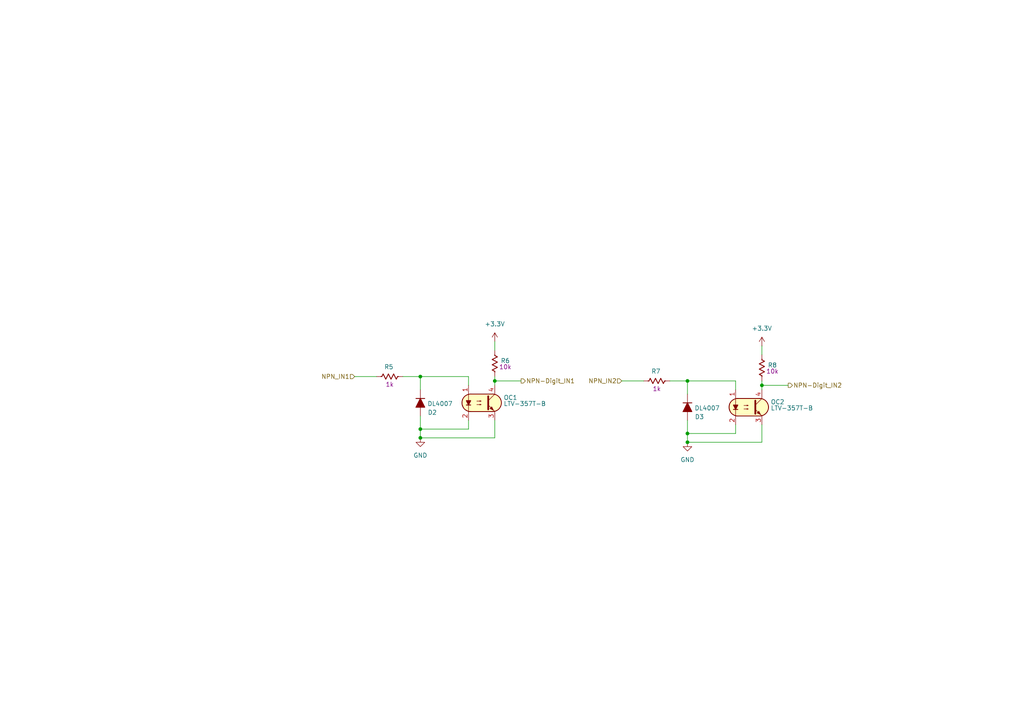
<source format=kicad_sch>
(kicad_sch
	(version 20250114)
	(generator "eeschema")
	(generator_version "9.0")
	(uuid "8aca9e35-5bf1-4f5e-8734-db3e2b8b64df")
	(paper "A4")
	(lib_symbols
		(symbol "PCM_Diode_AKL:DL4007"
			(pin_numbers
				(hide yes)
			)
			(pin_names
				(offset 1.016)
				(hide yes)
			)
			(exclude_from_sim no)
			(in_bom yes)
			(on_board yes)
			(property "Reference" "D"
				(at 0 5.08 0)
				(effects
					(font
						(size 1.27 1.27)
					)
				)
			)
			(property "Value" "DL4007"
				(at 0 2.54 0)
				(effects
					(font
						(size 1.27 1.27)
					)
				)
			)
			(property "Footprint" "PCM_Diode_SMD_AKL:D_MELF"
				(at 0 0 0)
				(effects
					(font
						(size 1.27 1.27)
					)
					(hide yes)
				)
			)
			(property "Datasheet" "https://www.diodes.com/assets/Datasheets/products_inactive_data/ds16001.pdf"
				(at 0 0 0)
				(effects
					(font
						(size 1.27 1.27)
					)
					(hide yes)
				)
			)
			(property "Description" "MELF Diode, Rectifier, 1000V, 1A, Alternate KiCad Library"
				(at 0 0 0)
				(effects
					(font
						(size 1.27 1.27)
					)
					(hide yes)
				)
			)
			(property "ki_keywords" "diode 1N4007 DL4007"
				(at 0 0 0)
				(effects
					(font
						(size 1.27 1.27)
					)
					(hide yes)
				)
			)
			(property "ki_fp_filters" "TO-???* *_Diode_* *SingleDiode* D_*"
				(at 0 0 0)
				(effects
					(font
						(size 1.27 1.27)
					)
					(hide yes)
				)
			)
			(symbol "DL4007_0_1"
				(polyline
					(pts
						(xy -1.27 1.27) (xy -1.27 -1.27) (xy 1.27 0) (xy -1.27 1.27)
					)
					(stroke
						(width 0.254)
						(type default)
					)
					(fill
						(type outline)
					)
				)
				(polyline
					(pts
						(xy -1.27 0) (xy 1.27 0)
					)
					(stroke
						(width 0)
						(type default)
					)
					(fill
						(type none)
					)
				)
				(polyline
					(pts
						(xy 1.27 1.27) (xy 1.27 -1.27)
					)
					(stroke
						(width 0.254)
						(type default)
					)
					(fill
						(type none)
					)
				)
			)
			(symbol "DL4007_0_2"
				(polyline
					(pts
						(xy -2.54 -2.54) (xy 2.54 2.54)
					)
					(stroke
						(width 0)
						(type default)
					)
					(fill
						(type none)
					)
				)
				(polyline
					(pts
						(xy -0.889 -0.889) (xy -1.778 0) (xy 0.889 0.889) (xy 0 -1.778) (xy -0.889 -0.889)
					)
					(stroke
						(width 0.254)
						(type default)
					)
					(fill
						(type outline)
					)
				)
				(polyline
					(pts
						(xy 0 1.778) (xy 1.778 0)
					)
					(stroke
						(width 0.254)
						(type default)
					)
					(fill
						(type none)
					)
				)
			)
			(symbol "DL4007_1_1"
				(pin passive line
					(at -3.81 0 0)
					(length 2.54)
					(name "A"
						(effects
							(font
								(size 1.27 1.27)
							)
						)
					)
					(number "2"
						(effects
							(font
								(size 1.27 1.27)
							)
						)
					)
				)
				(pin passive line
					(at 3.81 0 180)
					(length 2.54)
					(name "K"
						(effects
							(font
								(size 1.27 1.27)
							)
						)
					)
					(number "1"
						(effects
							(font
								(size 1.27 1.27)
							)
						)
					)
				)
			)
			(symbol "DL4007_1_2"
				(pin passive line
					(at -2.54 -2.54 0)
					(length 0)
					(name "A"
						(effects
							(font
								(size 1.27 1.27)
							)
						)
					)
					(number "2"
						(effects
							(font
								(size 1.27 1.27)
							)
						)
					)
				)
				(pin passive line
					(at 2.54 2.54 180)
					(length 0)
					(name "K"
						(effects
							(font
								(size 1.27 1.27)
							)
						)
					)
					(number "1"
						(effects
							(font
								(size 1.27 1.27)
							)
						)
					)
				)
			)
			(embedded_fonts no)
		)
		(symbol "PCM_Optocoupler_AKL:LTV-357T-B"
			(pin_names
				(offset 1.016)
			)
			(exclude_from_sim no)
			(in_bom yes)
			(on_board yes)
			(property "Reference" "OC"
				(at 6.35 1.27 0)
				(effects
					(font
						(size 1.27 1.27)
					)
					(justify left)
				)
			)
			(property "Value" "LTV-357T-B"
				(at 6.35 -1.27 0)
				(effects
					(font
						(size 1.27 1.27)
					)
					(justify left)
				)
			)
			(property "Footprint" "PCM_Package_SO_AKL:SO-4_4.4x3.9mm_P2.54mm"
				(at -5.08 -5.08 0)
				(effects
					(font
						(size 1.27 1.27)
						(italic yes)
					)
					(justify left)
					(hide yes)
				)
			)
			(property "Datasheet" "https://www.tme.eu/Document/4ccb1404604244f2e07aa15af3469fcc/LTV-357T.pdf"
				(at 0 0 0)
				(effects
					(font
						(size 1.27 1.27)
					)
					(justify left)
					(hide yes)
				)
			)
			(property "Description" "SO-4 Optocoupler, Transistor output, 3.75kV, 18us, Alternate KiCAD Library"
				(at 0 0 0)
				(effects
					(font
						(size 1.27 1.27)
					)
					(hide yes)
				)
			)
			(property "ki_keywords" "NPN Optocoupler transistor output bidirectional input LTV-357T"
				(at 0 0 0)
				(effects
					(font
						(size 1.27 1.27)
					)
					(hide yes)
				)
			)
			(property "ki_fp_filters" "DIP*W7.62mm*"
				(at 0 0 0)
				(effects
					(font
						(size 1.27 1.27)
					)
					(hide yes)
				)
			)
			(symbol "LTV-357T-B_0_1"
				(polyline
					(pts
						(xy -4.445 -0.635) (xy -3.175 -0.635)
					)
					(stroke
						(width 0.254)
						(type default)
					)
					(fill
						(type none)
					)
				)
				(polyline
					(pts
						(xy -3.81 -0.635) (xy -4.445 0.635) (xy -3.175 0.635) (xy -3.81 -0.635)
					)
					(stroke
						(width 0.254)
						(type default)
					)
					(fill
						(type outline)
					)
				)
				(polyline
					(pts
						(xy -3.81 -2.54) (xy -3.81 -1.27) (xy -3.81 2.54)
					)
					(stroke
						(width 0.1524)
						(type default)
					)
					(fill
						(type none)
					)
				)
				(polyline
					(pts
						(xy -3.175 2.54) (xy 3.175 2.54)
					)
					(stroke
						(width 0.254)
						(type default)
					)
					(fill
						(type none)
					)
				)
				(arc
					(start -3.1975 -2.54)
					(mid -5.7151 0)
					(end -3.1975 2.54)
					(stroke
						(width 0.254)
						(type default)
					)
					(fill
						(type none)
					)
				)
				(polyline
					(pts
						(xy -2.54 2.54) (xy 3.429 2.54) (xy 4.318 2.286) (xy 4.699 2.032) (xy 5.08 1.651) (xy 5.461 1.016)
						(xy 5.715 0.381) (xy 5.715 -0.381) (xy 5.461 -1.143) (xy 4.826 -1.905) (xy 4.191 -2.286) (xy 3.302 -2.54)
						(xy -3.81 -2.54) (xy -3.81 -2.54) (xy -4.572 -2.032) (xy -5.08 -1.778) (xy -5.588 -0.508) (xy -5.588 0.254)
						(xy -5.588 1.016) (xy -5.08 1.778) (xy -4.318 2.286) (xy -3.556 2.54) (xy -2.54 2.54)
					)
					(stroke
						(width 0.01)
						(type default)
					)
					(fill
						(type background)
					)
				)
				(polyline
					(pts
						(xy -1.397 0.508) (xy -0.127 0.508) (xy -0.508 0.381) (xy -0.508 0.635) (xy -0.127 0.508)
					)
					(stroke
						(width 0)
						(type default)
					)
					(fill
						(type none)
					)
				)
				(polyline
					(pts
						(xy -1.397 -0.508) (xy -0.127 -0.508) (xy -0.508 -0.635) (xy -0.508 -0.381) (xy -0.127 -0.508)
					)
					(stroke
						(width 0)
						(type default)
					)
					(fill
						(type none)
					)
				)
				(polyline
					(pts
						(xy 1.905 1.905) (xy 1.905 -1.905) (xy 1.905 -1.905)
					)
					(stroke
						(width 0.508)
						(type default)
					)
					(fill
						(type none)
					)
				)
				(polyline
					(pts
						(xy 1.905 0.635) (xy 3.81 2.54)
					)
					(stroke
						(width 0)
						(type default)
					)
					(fill
						(type none)
					)
				)
				(polyline
					(pts
						(xy 2.413 -1.651) (xy 2.921 -1.143) (xy 3.429 -2.159) (xy 2.413 -1.651) (xy 2.413 -1.651)
					)
					(stroke
						(width 0)
						(type default)
					)
					(fill
						(type outline)
					)
				)
				(arc
					(start 3.1975 2.54)
					(mid 5.7151 0)
					(end 3.1975 -2.54)
					(stroke
						(width 0.254)
						(type default)
					)
					(fill
						(type none)
					)
				)
				(polyline
					(pts
						(xy 3.175 -2.54) (xy -3.175 -2.54)
					)
					(stroke
						(width 0.254)
						(type default)
					)
					(fill
						(type none)
					)
				)
				(polyline
					(pts
						(xy 3.81 -2.54) (xy 1.905 -0.635)
					)
					(stroke
						(width 0)
						(type default)
					)
					(fill
						(type outline)
					)
				)
			)
			(symbol "LTV-357T-B_1_1"
				(pin passive line
					(at -3.81 5.08 270)
					(length 2.54)
					(name "~"
						(effects
							(font
								(size 1.27 1.27)
							)
						)
					)
					(number "1"
						(effects
							(font
								(size 1.27 1.27)
							)
						)
					)
				)
				(pin passive line
					(at -3.81 -5.08 90)
					(length 2.54)
					(name "~"
						(effects
							(font
								(size 1.27 1.27)
							)
						)
					)
					(number "2"
						(effects
							(font
								(size 1.27 1.27)
							)
						)
					)
				)
				(pin passive line
					(at 3.81 5.08 270)
					(length 2.54)
					(name "~"
						(effects
							(font
								(size 1.27 1.27)
							)
						)
					)
					(number "4"
						(effects
							(font
								(size 1.27 1.27)
							)
						)
					)
				)
				(pin passive line
					(at 3.81 -5.08 90)
					(length 2.54)
					(name "~"
						(effects
							(font
								(size 1.27 1.27)
							)
						)
					)
					(number "3"
						(effects
							(font
								(size 1.27 1.27)
							)
						)
					)
				)
			)
			(embedded_fonts no)
		)
		(symbol "PCM_Resistor_US_AKL:R_0603"
			(pin_numbers
				(hide yes)
			)
			(pin_names
				(offset 0)
			)
			(exclude_from_sim no)
			(in_bom yes)
			(on_board yes)
			(property "Reference" "R"
				(at 2.54 1.27 0)
				(effects
					(font
						(size 1.27 1.27)
					)
					(justify left)
				)
			)
			(property "Value" "R_0603"
				(at 2.54 -1.27 0)
				(effects
					(font
						(size 1.27 1.27)
					)
					(justify left)
				)
			)
			(property "Footprint" "PCM_Resistor_SMD_AKL:R_0603_1608Metric"
				(at 0 -11.43 0)
				(effects
					(font
						(size 1.27 1.27)
					)
					(hide yes)
				)
			)
			(property "Datasheet" "~"
				(at 0 0 0)
				(effects
					(font
						(size 1.27 1.27)
					)
					(hide yes)
				)
			)
			(property "Description" "SMD 0603 Chip Resistor, US Symbol, Alternate KiCad Library"
				(at 0 0 0)
				(effects
					(font
						(size 1.27 1.27)
					)
					(hide yes)
				)
			)
			(property "ki_keywords" "R res resistor us SMD 0603"
				(at 0 0 0)
				(effects
					(font
						(size 1.27 1.27)
					)
					(hide yes)
				)
			)
			(property "ki_fp_filters" "R_*"
				(at 0 0 0)
				(effects
					(font
						(size 1.27 1.27)
					)
					(hide yes)
				)
			)
			(symbol "R_0603_0_1"
				(polyline
					(pts
						(xy 0 2.286) (xy 0 2.54)
					)
					(stroke
						(width 0.254)
						(type default)
					)
					(fill
						(type none)
					)
				)
				(polyline
					(pts
						(xy 0 2.286) (xy 0.762 1.905) (xy -0.762 1.143) (xy 0 0.762) (xy 0.762 0.381) (xy 0 0) (xy -0.762 -0.381)
						(xy 0 -0.762) (xy 0.762 -1.143) (xy 0 -1.524) (xy -0.762 -1.905) (xy 0 -2.286)
					)
					(stroke
						(width 0.254)
						(type default)
					)
					(fill
						(type none)
					)
				)
				(polyline
					(pts
						(xy 0 -2.286) (xy 0 -2.54)
					)
					(stroke
						(width 0.254)
						(type default)
					)
					(fill
						(type none)
					)
				)
			)
			(symbol "R_0603_0_2"
				(polyline
					(pts
						(xy -2.54 -2.54) (xy -1.778 -1.778)
					)
					(stroke
						(width 0)
						(type default)
					)
					(fill
						(type none)
					)
				)
				(polyline
					(pts
						(xy -1.778 -1.778) (xy -1.524 -1.524)
					)
					(stroke
						(width 0.254)
						(type default)
					)
					(fill
						(type none)
					)
				)
				(polyline
					(pts
						(xy -1.524 -1.524) (xy -1.778 -0.762) (xy -1.016 -1.016)
					)
					(stroke
						(width 0.254)
						(type default)
					)
					(fill
						(type none)
					)
				)
				(polyline
					(pts
						(xy -0.508 -0.508) (xy -0.762 0.254) (xy 0 0)
					)
					(stroke
						(width 0.254)
						(type default)
					)
					(fill
						(type none)
					)
				)
				(polyline
					(pts
						(xy -0.508 -0.508) (xy -0.254 -1.27) (xy -1.016 -1.016)
					)
					(stroke
						(width 0.254)
						(type default)
					)
					(fill
						(type none)
					)
				)
				(polyline
					(pts
						(xy 0.508 0.508) (xy 0.254 1.27) (xy 1.016 1.016)
					)
					(stroke
						(width 0.254)
						(type default)
					)
					(fill
						(type none)
					)
				)
				(polyline
					(pts
						(xy 0.508 0.508) (xy 0.762 -0.254) (xy 0 0)
					)
					(stroke
						(width 0.254)
						(type default)
					)
					(fill
						(type none)
					)
				)
				(polyline
					(pts
						(xy 1.524 1.524) (xy 1.778 0.762) (xy 1.016 1.016)
					)
					(stroke
						(width 0.254)
						(type default)
					)
					(fill
						(type none)
					)
				)
				(polyline
					(pts
						(xy 1.778 1.778) (xy 1.524 1.524)
					)
					(stroke
						(width 0.254)
						(type default)
					)
					(fill
						(type none)
					)
				)
				(polyline
					(pts
						(xy 1.778 1.778) (xy 2.54 2.54)
					)
					(stroke
						(width 0)
						(type default)
					)
					(fill
						(type none)
					)
				)
			)
			(symbol "R_0603_1_1"
				(pin passive line
					(at 0 3.81 270)
					(length 1.27)
					(name "~"
						(effects
							(font
								(size 1.27 1.27)
							)
						)
					)
					(number "1"
						(effects
							(font
								(size 1.27 1.27)
							)
						)
					)
				)
				(pin passive line
					(at 0 -3.81 90)
					(length 1.27)
					(name "~"
						(effects
							(font
								(size 1.27 1.27)
							)
						)
					)
					(number "2"
						(effects
							(font
								(size 1.27 1.27)
							)
						)
					)
				)
			)
			(symbol "R_0603_1_2"
				(pin passive line
					(at -2.54 -2.54 0)
					(length 0)
					(name ""
						(effects
							(font
								(size 1.27 1.27)
							)
						)
					)
					(number "2"
						(effects
							(font
								(size 1.27 1.27)
							)
						)
					)
				)
				(pin passive line
					(at 2.54 2.54 180)
					(length 0)
					(name ""
						(effects
							(font
								(size 1.27 1.27)
							)
						)
					)
					(number "1"
						(effects
							(font
								(size 1.27 1.27)
							)
						)
					)
				)
			)
			(embedded_fonts no)
		)
		(symbol "power:+3.3V"
			(power)
			(pin_numbers
				(hide yes)
			)
			(pin_names
				(offset 0)
				(hide yes)
			)
			(exclude_from_sim no)
			(in_bom yes)
			(on_board yes)
			(property "Reference" "#PWR"
				(at 0 -3.81 0)
				(effects
					(font
						(size 1.27 1.27)
					)
					(hide yes)
				)
			)
			(property "Value" "+3.3V"
				(at 0 3.556 0)
				(effects
					(font
						(size 1.27 1.27)
					)
				)
			)
			(property "Footprint" ""
				(at 0 0 0)
				(effects
					(font
						(size 1.27 1.27)
					)
					(hide yes)
				)
			)
			(property "Datasheet" ""
				(at 0 0 0)
				(effects
					(font
						(size 1.27 1.27)
					)
					(hide yes)
				)
			)
			(property "Description" "Power symbol creates a global label with name \"+3.3V\""
				(at 0 0 0)
				(effects
					(font
						(size 1.27 1.27)
					)
					(hide yes)
				)
			)
			(property "ki_keywords" "global power"
				(at 0 0 0)
				(effects
					(font
						(size 1.27 1.27)
					)
					(hide yes)
				)
			)
			(symbol "+3.3V_0_1"
				(polyline
					(pts
						(xy -0.762 1.27) (xy 0 2.54)
					)
					(stroke
						(width 0)
						(type default)
					)
					(fill
						(type none)
					)
				)
				(polyline
					(pts
						(xy 0 2.54) (xy 0.762 1.27)
					)
					(stroke
						(width 0)
						(type default)
					)
					(fill
						(type none)
					)
				)
				(polyline
					(pts
						(xy 0 0) (xy 0 2.54)
					)
					(stroke
						(width 0)
						(type default)
					)
					(fill
						(type none)
					)
				)
			)
			(symbol "+3.3V_1_1"
				(pin power_in line
					(at 0 0 90)
					(length 0)
					(name "~"
						(effects
							(font
								(size 1.27 1.27)
							)
						)
					)
					(number "1"
						(effects
							(font
								(size 1.27 1.27)
							)
						)
					)
				)
			)
			(embedded_fonts no)
		)
		(symbol "power:GND"
			(power)
			(pin_numbers
				(hide yes)
			)
			(pin_names
				(offset 0)
				(hide yes)
			)
			(exclude_from_sim no)
			(in_bom yes)
			(on_board yes)
			(property "Reference" "#PWR"
				(at 0 -6.35 0)
				(effects
					(font
						(size 1.27 1.27)
					)
					(hide yes)
				)
			)
			(property "Value" "GND"
				(at 0 -3.81 0)
				(effects
					(font
						(size 1.27 1.27)
					)
				)
			)
			(property "Footprint" ""
				(at 0 0 0)
				(effects
					(font
						(size 1.27 1.27)
					)
					(hide yes)
				)
			)
			(property "Datasheet" ""
				(at 0 0 0)
				(effects
					(font
						(size 1.27 1.27)
					)
					(hide yes)
				)
			)
			(property "Description" "Power symbol creates a global label with name \"GND\" , ground"
				(at 0 0 0)
				(effects
					(font
						(size 1.27 1.27)
					)
					(hide yes)
				)
			)
			(property "ki_keywords" "global power"
				(at 0 0 0)
				(effects
					(font
						(size 1.27 1.27)
					)
					(hide yes)
				)
			)
			(symbol "GND_0_1"
				(polyline
					(pts
						(xy 0 0) (xy 0 -1.27) (xy 1.27 -1.27) (xy 0 -2.54) (xy -1.27 -1.27) (xy 0 -1.27)
					)
					(stroke
						(width 0)
						(type default)
					)
					(fill
						(type none)
					)
				)
			)
			(symbol "GND_1_1"
				(pin power_in line
					(at 0 0 270)
					(length 0)
					(name "~"
						(effects
							(font
								(size 1.27 1.27)
							)
						)
					)
					(number "1"
						(effects
							(font
								(size 1.27 1.27)
							)
						)
					)
				)
			)
			(embedded_fonts no)
		)
	)
	(junction
		(at 199.39 110.49)
		(diameter 0)
		(color 0 0 0 0)
		(uuid "20e73004-bf9a-45bb-bc98-51ff9405de7d")
	)
	(junction
		(at 121.92 124.46)
		(diameter 0)
		(color 0 0 0 0)
		(uuid "68b9a4ea-d234-418e-a6af-22011ed36413")
	)
	(junction
		(at 121.92 127)
		(diameter 0)
		(color 0 0 0 0)
		(uuid "823f6279-7d53-4e9d-984d-aae83b10dd4a")
	)
	(junction
		(at 199.39 128.27)
		(diameter 0)
		(color 0 0 0 0)
		(uuid "bc9a5933-984c-4b1d-8d13-09da74518a52")
	)
	(junction
		(at 121.92 109.22)
		(diameter 0)
		(color 0 0 0 0)
		(uuid "cb129fa8-2703-4dfe-911f-6b8c6dceac10")
	)
	(junction
		(at 199.39 125.73)
		(diameter 0)
		(color 0 0 0 0)
		(uuid "db2c16b5-242e-4782-a578-12209b5b61a9")
	)
	(junction
		(at 143.51 110.49)
		(diameter 0)
		(color 0 0 0 0)
		(uuid "ef257625-2adf-4e04-b4a1-d858ead7ba87")
	)
	(junction
		(at 220.98 111.76)
		(diameter 0)
		(color 0 0 0 0)
		(uuid "fa463f7b-bdf1-42d3-88be-5eb3b8ecd338")
	)
	(wire
		(pts
			(xy 220.98 110.49) (xy 220.98 111.76)
		)
		(stroke
			(width 0)
			(type default)
		)
		(uuid "07230ddc-7f01-4921-86e6-b0cbf02567db")
	)
	(wire
		(pts
			(xy 199.39 121.92) (xy 199.39 125.73)
		)
		(stroke
			(width 0)
			(type default)
		)
		(uuid "0b4c7852-afd9-462f-b42e-344cef0ef369")
	)
	(wire
		(pts
			(xy 121.92 124.46) (xy 135.89 124.46)
		)
		(stroke
			(width 0)
			(type default)
		)
		(uuid "1ed3963e-b854-4dfc-9d9a-a195e23769f9")
	)
	(wire
		(pts
			(xy 220.98 123.19) (xy 220.98 128.27)
		)
		(stroke
			(width 0)
			(type default)
		)
		(uuid "2161f179-b7dd-40d5-ac1a-f3db2001f067")
	)
	(wire
		(pts
			(xy 194.31 110.49) (xy 199.39 110.49)
		)
		(stroke
			(width 0)
			(type default)
		)
		(uuid "24780cfc-490b-404d-99d1-0188629eeeb2")
	)
	(wire
		(pts
			(xy 213.36 123.19) (xy 213.36 125.73)
		)
		(stroke
			(width 0)
			(type default)
		)
		(uuid "288374ce-eefe-4b26-b8c2-0fe2c2c79455")
	)
	(wire
		(pts
			(xy 199.39 110.49) (xy 199.39 114.3)
		)
		(stroke
			(width 0)
			(type default)
		)
		(uuid "2d2312a3-5c5f-4e67-97c9-15f3bc742fbd")
	)
	(wire
		(pts
			(xy 143.51 99.06) (xy 143.51 101.6)
		)
		(stroke
			(width 0)
			(type default)
		)
		(uuid "351e9633-a48d-4f54-bc2a-aa01a94a7a7b")
	)
	(wire
		(pts
			(xy 220.98 111.76) (xy 228.6 111.76)
		)
		(stroke
			(width 0)
			(type default)
		)
		(uuid "40663b8b-d933-4dfe-a3f2-561b3e928c98")
	)
	(wire
		(pts
			(xy 199.39 128.27) (xy 199.39 125.73)
		)
		(stroke
			(width 0)
			(type default)
		)
		(uuid "43a30555-5f5c-415c-ab38-2c6666e1c0a0")
	)
	(wire
		(pts
			(xy 199.39 110.49) (xy 213.36 110.49)
		)
		(stroke
			(width 0)
			(type default)
		)
		(uuid "449f15ac-a61e-4bc1-99c8-1b54f417e676")
	)
	(wire
		(pts
			(xy 121.92 109.22) (xy 121.92 113.03)
		)
		(stroke
			(width 0)
			(type default)
		)
		(uuid "4c78958c-0605-4719-b1ec-113a190d22f8")
	)
	(wire
		(pts
			(xy 220.98 111.76) (xy 220.98 113.03)
		)
		(stroke
			(width 0)
			(type default)
		)
		(uuid "506a5577-2edd-4312-aeef-65f6df7697fe")
	)
	(wire
		(pts
			(xy 143.51 110.49) (xy 143.51 111.76)
		)
		(stroke
			(width 0)
			(type default)
		)
		(uuid "563f3b15-af25-481d-991e-3e39228beb97")
	)
	(wire
		(pts
			(xy 135.89 121.92) (xy 135.89 124.46)
		)
		(stroke
			(width 0)
			(type default)
		)
		(uuid "7a5d6654-d297-4526-893c-f2c2835324df")
	)
	(wire
		(pts
			(xy 116.84 109.22) (xy 121.92 109.22)
		)
		(stroke
			(width 0)
			(type default)
		)
		(uuid "85958f15-0020-43c5-81b9-ad942d86e2b4")
	)
	(wire
		(pts
			(xy 220.98 128.27) (xy 199.39 128.27)
		)
		(stroke
			(width 0)
			(type default)
		)
		(uuid "88aaa262-e59f-4797-91d3-50c85f7e649e")
	)
	(wire
		(pts
			(xy 143.51 121.92) (xy 143.51 127)
		)
		(stroke
			(width 0)
			(type default)
		)
		(uuid "9c4d146d-ee63-47ab-9dbc-62b3b81b600b")
	)
	(wire
		(pts
			(xy 143.51 109.22) (xy 143.51 110.49)
		)
		(stroke
			(width 0)
			(type default)
		)
		(uuid "a4f35a81-ed5c-4f6f-a1c4-16f669dbc1ee")
	)
	(wire
		(pts
			(xy 199.39 125.73) (xy 213.36 125.73)
		)
		(stroke
			(width 0)
			(type default)
		)
		(uuid "a9d8dd0a-19e7-420a-a441-dab4465b7258")
	)
	(wire
		(pts
			(xy 121.92 109.22) (xy 135.89 109.22)
		)
		(stroke
			(width 0)
			(type default)
		)
		(uuid "ae3f7087-90a4-407a-9408-4fc102a74ef5")
	)
	(wire
		(pts
			(xy 143.51 110.49) (xy 151.13 110.49)
		)
		(stroke
			(width 0)
			(type default)
		)
		(uuid "af06c16d-f2e0-4c05-b808-2baf52a715eb")
	)
	(wire
		(pts
			(xy 220.98 100.33) (xy 220.98 102.87)
		)
		(stroke
			(width 0)
			(type default)
		)
		(uuid "b6a8b4fc-97c3-40b6-b4a0-bc1f204c1ce6")
	)
	(wire
		(pts
			(xy 135.89 109.22) (xy 135.89 111.76)
		)
		(stroke
			(width 0)
			(type default)
		)
		(uuid "c024e6f0-09e1-40b8-99b7-ce123dce5900")
	)
	(wire
		(pts
			(xy 213.36 110.49) (xy 213.36 113.03)
		)
		(stroke
			(width 0)
			(type default)
		)
		(uuid "c1ecd282-c3c4-4e3a-83f9-cd2cd40d802f")
	)
	(wire
		(pts
			(xy 121.92 120.65) (xy 121.92 124.46)
		)
		(stroke
			(width 0)
			(type default)
		)
		(uuid "cccadfe5-48ac-4864-9772-8ac185cbe5e8")
	)
	(wire
		(pts
			(xy 143.51 127) (xy 121.92 127)
		)
		(stroke
			(width 0)
			(type default)
		)
		(uuid "d9543278-57b3-4dbf-8a87-8125200531ba")
	)
	(wire
		(pts
			(xy 102.87 109.22) (xy 109.22 109.22)
		)
		(stroke
			(width 0)
			(type default)
		)
		(uuid "d9971984-7694-4c5c-b30f-da1cb4ac8dfa")
	)
	(wire
		(pts
			(xy 180.34 110.49) (xy 186.69 110.49)
		)
		(stroke
			(width 0)
			(type default)
		)
		(uuid "db049b36-c0f6-436a-b4c2-1fa5a98d3030")
	)
	(wire
		(pts
			(xy 121.92 127) (xy 121.92 124.46)
		)
		(stroke
			(width 0)
			(type default)
		)
		(uuid "fe055d88-32ec-47dd-a79f-6a3eec063ae7")
	)
	(hierarchical_label "NPN_IN2"
		(shape input)
		(at 180.34 110.49 180)
		(effects
			(font
				(size 1.27 1.27)
			)
			(justify right)
		)
		(uuid "2a867b28-f85e-4444-98ae-81d4e0c84b05")
	)
	(hierarchical_label "NPN-Digit_IN2"
		(shape output)
		(at 228.6 111.76 0)
		(effects
			(font
				(size 1.27 1.27)
			)
			(justify left)
		)
		(uuid "500278b0-27fe-4dbc-b288-05841523587d")
	)
	(hierarchical_label "NPN_IN1"
		(shape input)
		(at 102.87 109.22 180)
		(effects
			(font
				(size 1.27 1.27)
			)
			(justify right)
		)
		(uuid "5f4a2d18-de07-4c54-9e7f-e7bf4f791b00")
	)
	(hierarchical_label "NPN-Digit_IN1"
		(shape output)
		(at 151.13 110.49 0)
		(effects
			(font
				(size 1.27 1.27)
			)
			(justify left)
		)
		(uuid "b02e01f9-2c44-4513-ac3d-5b64d157bebd")
	)
	(symbol
		(lib_id "PCM_Diode_AKL:DL4007")
		(at 199.39 118.11 90)
		(unit 1)
		(exclude_from_sim no)
		(in_bom yes)
		(on_board yes)
		(dnp no)
		(uuid "0334873d-f36a-4be5-a41a-bfb250273e82")
		(property "Reference" "D3"
			(at 204.216 120.904 90)
			(effects
				(font
					(size 1.27 1.27)
				)
				(justify left)
			)
		)
		(property "Value" "DL4007"
			(at 208.788 118.364 90)
			(effects
				(font
					(size 1.27 1.27)
				)
				(justify left)
			)
		)
		(property "Footprint" "Diode_SMD:D_0805_2012Metric_Pad1.15x1.40mm_HandSolder"
			(at 199.39 118.11 0)
			(effects
				(font
					(size 1.27 1.27)
				)
				(hide yes)
			)
		)
		(property "Datasheet" "https://www.diodes.com/assets/Datasheets/products_inactive_data/ds16001.pdf"
			(at 199.39 118.11 0)
			(effects
				(font
					(size 1.27 1.27)
				)
				(hide yes)
			)
		)
		(property "Description" "MELF Diode, Rectifier, 1000V, 1A, Alternate KiCad Library"
			(at 199.39 118.11 0)
			(effects
				(font
					(size 1.27 1.27)
				)
				(hide yes)
			)
		)
		(pin "2"
			(uuid "af7e534e-a612-4f0e-b8ca-86d469f84579")
		)
		(pin "1"
			(uuid "c98410ee-bfa3-43fb-9c13-dcf68e8d5562")
		)
		(instances
			(project "Nivara Controls"
				(path "/42622735-4343-4315-af64-a45701a752b6/711b914f-41ac-411e-bef3-8ade05c9a19b/1d56f2ae-86b2-4303-b6cf-39a6bc4c3d5f"
					(reference "D3")
					(unit 1)
				)
			)
		)
	)
	(symbol
		(lib_id "power:GND")
		(at 121.92 127 0)
		(unit 1)
		(exclude_from_sim no)
		(in_bom yes)
		(on_board yes)
		(dnp no)
		(fields_autoplaced yes)
		(uuid "0645a2e7-6936-452c-b384-fa8ee31ac23b")
		(property "Reference" "#PWR014"
			(at 121.92 133.35 0)
			(effects
				(font
					(size 1.27 1.27)
				)
				(hide yes)
			)
		)
		(property "Value" "GND"
			(at 121.92 132.08 0)
			(effects
				(font
					(size 1.27 1.27)
				)
			)
		)
		(property "Footprint" ""
			(at 121.92 127 0)
			(effects
				(font
					(size 1.27 1.27)
				)
				(hide yes)
			)
		)
		(property "Datasheet" ""
			(at 121.92 127 0)
			(effects
				(font
					(size 1.27 1.27)
				)
				(hide yes)
			)
		)
		(property "Description" "Power symbol creates a global label with name \"GND\" , ground"
			(at 121.92 127 0)
			(effects
				(font
					(size 1.27 1.27)
				)
				(hide yes)
			)
		)
		(pin "1"
			(uuid "8290764e-5b15-4628-81c5-1c5deacb3947")
		)
		(instances
			(project "Nivara Controls"
				(path "/42622735-4343-4315-af64-a45701a752b6/711b914f-41ac-411e-bef3-8ade05c9a19b/1d56f2ae-86b2-4303-b6cf-39a6bc4c3d5f"
					(reference "#PWR014")
					(unit 1)
				)
			)
		)
	)
	(symbol
		(lib_id "power:+3.3V")
		(at 220.98 100.33 0)
		(unit 1)
		(exclude_from_sim no)
		(in_bom yes)
		(on_board yes)
		(dnp no)
		(fields_autoplaced yes)
		(uuid "0e793ba0-64b9-46b7-8044-b53d06672a64")
		(property "Reference" "#PWR017"
			(at 220.98 104.14 0)
			(effects
				(font
					(size 1.27 1.27)
				)
				(hide yes)
			)
		)
		(property "Value" "+3.3V"
			(at 220.98 95.25 0)
			(effects
				(font
					(size 1.27 1.27)
				)
			)
		)
		(property "Footprint" ""
			(at 220.98 100.33 0)
			(effects
				(font
					(size 1.27 1.27)
				)
				(hide yes)
			)
		)
		(property "Datasheet" ""
			(at 220.98 100.33 0)
			(effects
				(font
					(size 1.27 1.27)
				)
				(hide yes)
			)
		)
		(property "Description" "Power symbol creates a global label with name \"+3.3V\""
			(at 220.98 100.33 0)
			(effects
				(font
					(size 1.27 1.27)
				)
				(hide yes)
			)
		)
		(pin "1"
			(uuid "001aec80-0e3c-486b-b0f3-af7a907bf397")
		)
		(instances
			(project "Nivara Controls"
				(path "/42622735-4343-4315-af64-a45701a752b6/711b914f-41ac-411e-bef3-8ade05c9a19b/1d56f2ae-86b2-4303-b6cf-39a6bc4c3d5f"
					(reference "#PWR017")
					(unit 1)
				)
			)
		)
	)
	(symbol
		(lib_id "PCM_Resistor_US_AKL:R_0603")
		(at 220.98 106.68 0)
		(unit 1)
		(exclude_from_sim no)
		(in_bom yes)
		(on_board yes)
		(dnp no)
		(uuid "14199daa-6779-4c57-a533-bfb2017662f2")
		(property "Reference" "R8"
			(at 224.028 105.918 0)
			(effects
				(font
					(size 1.27 1.27)
				)
			)
		)
		(property "Value" "R_0603"
			(at 226.06 105.664 0)
			(effects
				(font
					(size 1.27 1.27)
				)
				(hide yes)
			)
		)
		(property "Footprint" "Resistor_SMD:R_0603_1608Metric"
			(at 220.98 118.11 0)
			(effects
				(font
					(size 1.27 1.27)
				)
				(hide yes)
			)
		)
		(property "Datasheet" "~"
			(at 220.98 106.68 0)
			(effects
				(font
					(size 1.27 1.27)
				)
				(hide yes)
			)
		)
		(property "Description" "SMD 0603 Chip Resistor, US Symbol, Alternate KiCad Library"
			(at 220.98 106.68 0)
			(effects
				(font
					(size 1.27 1.27)
				)
				(hide yes)
			)
		)
		(property "Part Number" ""
			(at 220.98 106.68 0)
			(effects
				(font
					(size 1.27 1.27)
				)
				(hide yes)
			)
		)
		(property "Capacidad" "10k"
			(at 224.028 107.696 0)
			(effects
				(font
					(size 1.27 1.27)
				)
			)
		)
		(pin "1"
			(uuid "f6e56a26-4256-4513-ab52-49e3819879e2")
		)
		(pin "2"
			(uuid "bf393c88-7cc9-4ea1-a9e3-ef2aaccd3983")
		)
		(instances
			(project "Nivara Controls"
				(path "/42622735-4343-4315-af64-a45701a752b6/711b914f-41ac-411e-bef3-8ade05c9a19b/1d56f2ae-86b2-4303-b6cf-39a6bc4c3d5f"
					(reference "R8")
					(unit 1)
				)
			)
		)
	)
	(symbol
		(lib_id "PCM_Resistor_US_AKL:R_0603")
		(at 113.03 109.22 90)
		(unit 1)
		(exclude_from_sim no)
		(in_bom yes)
		(on_board yes)
		(dnp no)
		(uuid "197f532c-98cc-4574-9896-eb91133415d2")
		(property "Reference" "R5"
			(at 112.776 106.426 90)
			(effects
				(font
					(size 1.27 1.27)
				)
			)
		)
		(property "Value" "R_0603"
			(at 112.776 106.934 90)
			(effects
				(font
					(size 1.27 1.27)
				)
				(hide yes)
			)
		)
		(property "Footprint" "Resistor_SMD:R_0603_1608Metric"
			(at 124.46 109.22 0)
			(effects
				(font
					(size 1.27 1.27)
				)
				(hide yes)
			)
		)
		(property "Datasheet" "~"
			(at 113.03 109.22 0)
			(effects
				(font
					(size 1.27 1.27)
				)
				(hide yes)
			)
		)
		(property "Description" "SMD 0603 Chip Resistor, US Symbol, Alternate KiCad Library"
			(at 113.03 109.22 0)
			(effects
				(font
					(size 1.27 1.27)
				)
				(hide yes)
			)
		)
		(property "Part Number" ""
			(at 113.03 109.22 0)
			(effects
				(font
					(size 1.27 1.27)
				)
				(hide yes)
			)
		)
		(property "Capacidad" "1k"
			(at 113.03 111.506 90)
			(effects
				(font
					(size 1.27 1.27)
				)
			)
		)
		(pin "1"
			(uuid "c75eb0a3-632b-410d-88b6-aaec5505bd44")
		)
		(pin "2"
			(uuid "8d27b144-bca2-4d43-89df-49d48f928df1")
		)
		(instances
			(project "Nivara Controls"
				(path "/42622735-4343-4315-af64-a45701a752b6/711b914f-41ac-411e-bef3-8ade05c9a19b/1d56f2ae-86b2-4303-b6cf-39a6bc4c3d5f"
					(reference "R5")
					(unit 1)
				)
			)
		)
	)
	(symbol
		(lib_id "PCM_Optocoupler_AKL:LTV-357T-B")
		(at 139.7 116.84 0)
		(unit 1)
		(exclude_from_sim no)
		(in_bom yes)
		(on_board yes)
		(dnp no)
		(uuid "1f80a6f4-f4d5-4ac9-b4bd-95b5951a2533")
		(property "Reference" "OC1"
			(at 146.05 115.3159 0)
			(effects
				(font
					(size 1.27 1.27)
				)
				(justify left)
			)
		)
		(property "Value" "LTV-357T-B"
			(at 146.05 117.094 0)
			(effects
				(font
					(size 1.27 1.27)
				)
				(justify left)
			)
		)
		(property "Footprint" "Package_SO:SO-4_4.4x2.3mm_P1.27mm"
			(at 134.62 121.92 0)
			(effects
				(font
					(size 1.27 1.27)
					(italic yes)
				)
				(justify left)
				(hide yes)
			)
		)
		(property "Datasheet" "https://www.tme.eu/Document/4ccb1404604244f2e07aa15af3469fcc/LTV-357T.pdf"
			(at 139.7 116.84 0)
			(effects
				(font
					(size 1.27 1.27)
				)
				(justify left)
				(hide yes)
			)
		)
		(property "Description" "SO-4 Optocoupler, Transistor output, 3.75kV, 18us, Alternate KiCAD Library"
			(at 139.7 116.84 0)
			(effects
				(font
					(size 1.27 1.27)
				)
				(hide yes)
			)
		)
		(pin "2"
			(uuid "7751f658-a3d1-4432-b874-48b468b20772")
		)
		(pin "4"
			(uuid "27c26b55-dae2-410d-9abf-265f78153f01")
		)
		(pin "1"
			(uuid "f5b409bc-3322-42b8-bbdf-213f3d10d7ac")
		)
		(pin "3"
			(uuid "c9ed2385-553c-438c-8093-d5af1b3c60b2")
		)
		(instances
			(project "Nivara Controls"
				(path "/42622735-4343-4315-af64-a45701a752b6/711b914f-41ac-411e-bef3-8ade05c9a19b/1d56f2ae-86b2-4303-b6cf-39a6bc4c3d5f"
					(reference "OC1")
					(unit 1)
				)
			)
		)
	)
	(symbol
		(lib_id "power:+3.3V")
		(at 143.51 99.06 0)
		(unit 1)
		(exclude_from_sim no)
		(in_bom yes)
		(on_board yes)
		(dnp no)
		(fields_autoplaced yes)
		(uuid "2eed0aed-e304-4e5d-9c8f-88577bac62ad")
		(property "Reference" "#PWR015"
			(at 143.51 102.87 0)
			(effects
				(font
					(size 1.27 1.27)
				)
				(hide yes)
			)
		)
		(property "Value" "+3.3V"
			(at 143.51 93.98 0)
			(effects
				(font
					(size 1.27 1.27)
				)
			)
		)
		(property "Footprint" ""
			(at 143.51 99.06 0)
			(effects
				(font
					(size 1.27 1.27)
				)
				(hide yes)
			)
		)
		(property "Datasheet" ""
			(at 143.51 99.06 0)
			(effects
				(font
					(size 1.27 1.27)
				)
				(hide yes)
			)
		)
		(property "Description" "Power symbol creates a global label with name \"+3.3V\""
			(at 143.51 99.06 0)
			(effects
				(font
					(size 1.27 1.27)
				)
				(hide yes)
			)
		)
		(pin "1"
			(uuid "ee5d2945-86d6-4d9d-b06f-4ae5e1abd5d8")
		)
		(instances
			(project "Nivara Controls"
				(path "/42622735-4343-4315-af64-a45701a752b6/711b914f-41ac-411e-bef3-8ade05c9a19b/1d56f2ae-86b2-4303-b6cf-39a6bc4c3d5f"
					(reference "#PWR015")
					(unit 1)
				)
			)
		)
	)
	(symbol
		(lib_id "PCM_Optocoupler_AKL:LTV-357T-B")
		(at 217.17 118.11 0)
		(unit 1)
		(exclude_from_sim no)
		(in_bom yes)
		(on_board yes)
		(dnp no)
		(uuid "4469ee23-4e88-4277-8117-0d9585762739")
		(property "Reference" "OC2"
			(at 223.52 116.5859 0)
			(effects
				(font
					(size 1.27 1.27)
				)
				(justify left)
			)
		)
		(property "Value" "LTV-357T-B"
			(at 223.52 118.364 0)
			(effects
				(font
					(size 1.27 1.27)
				)
				(justify left)
			)
		)
		(property "Footprint" "Package_SO:SO-4_4.4x2.3mm_P1.27mm"
			(at 212.09 123.19 0)
			(effects
				(font
					(size 1.27 1.27)
					(italic yes)
				)
				(justify left)
				(hide yes)
			)
		)
		(property "Datasheet" "https://www.tme.eu/Document/4ccb1404604244f2e07aa15af3469fcc/LTV-357T.pdf"
			(at 217.17 118.11 0)
			(effects
				(font
					(size 1.27 1.27)
				)
				(justify left)
				(hide yes)
			)
		)
		(property "Description" "SO-4 Optocoupler, Transistor output, 3.75kV, 18us, Alternate KiCAD Library"
			(at 217.17 118.11 0)
			(effects
				(font
					(size 1.27 1.27)
				)
				(hide yes)
			)
		)
		(pin "2"
			(uuid "35293c1c-a9eb-409a-96e7-1f967a96fc15")
		)
		(pin "4"
			(uuid "7d255bf6-daab-4873-824e-1d74d0945678")
		)
		(pin "1"
			(uuid "9e487531-01e5-45d1-be8d-dd58dd6f4471")
		)
		(pin "3"
			(uuid "3b21bdcf-6f83-4085-834e-dad487fd0b46")
		)
		(instances
			(project "Nivara Controls"
				(path "/42622735-4343-4315-af64-a45701a752b6/711b914f-41ac-411e-bef3-8ade05c9a19b/1d56f2ae-86b2-4303-b6cf-39a6bc4c3d5f"
					(reference "OC2")
					(unit 1)
				)
			)
		)
	)
	(symbol
		(lib_id "PCM_Resistor_US_AKL:R_0603")
		(at 143.51 105.41 0)
		(unit 1)
		(exclude_from_sim no)
		(in_bom yes)
		(on_board yes)
		(dnp no)
		(uuid "45e730bc-c9a9-4dc6-a7d2-d15b7d43a2ea")
		(property "Reference" "R6"
			(at 146.558 104.648 0)
			(effects
				(font
					(size 1.27 1.27)
				)
			)
		)
		(property "Value" "R_0603"
			(at 148.59 104.394 0)
			(effects
				(font
					(size 1.27 1.27)
				)
				(hide yes)
			)
		)
		(property "Footprint" "Resistor_SMD:R_0603_1608Metric"
			(at 143.51 116.84 0)
			(effects
				(font
					(size 1.27 1.27)
				)
				(hide yes)
			)
		)
		(property "Datasheet" "~"
			(at 143.51 105.41 0)
			(effects
				(font
					(size 1.27 1.27)
				)
				(hide yes)
			)
		)
		(property "Description" "SMD 0603 Chip Resistor, US Symbol, Alternate KiCad Library"
			(at 143.51 105.41 0)
			(effects
				(font
					(size 1.27 1.27)
				)
				(hide yes)
			)
		)
		(property "Part Number" ""
			(at 143.51 105.41 0)
			(effects
				(font
					(size 1.27 1.27)
				)
				(hide yes)
			)
		)
		(property "Capacidad" "10k"
			(at 146.558 106.426 0)
			(effects
				(font
					(size 1.27 1.27)
				)
			)
		)
		(pin "1"
			(uuid "00ad5147-e9a2-492f-ac4d-9570dcb1acac")
		)
		(pin "2"
			(uuid "93d91df9-14e8-4575-a954-b97b631e33b3")
		)
		(instances
			(project "Nivara Controls"
				(path "/42622735-4343-4315-af64-a45701a752b6/711b914f-41ac-411e-bef3-8ade05c9a19b/1d56f2ae-86b2-4303-b6cf-39a6bc4c3d5f"
					(reference "R6")
					(unit 1)
				)
			)
		)
	)
	(symbol
		(lib_id "PCM_Resistor_US_AKL:R_0603")
		(at 190.5 110.49 90)
		(unit 1)
		(exclude_from_sim no)
		(in_bom yes)
		(on_board yes)
		(dnp no)
		(uuid "561b2e9b-aa25-48ab-9b31-e715aa1f1fb4")
		(property "Reference" "R7"
			(at 190.246 107.696 90)
			(effects
				(font
					(size 1.27 1.27)
				)
			)
		)
		(property "Value" "R_0603"
			(at 190.246 108.204 90)
			(effects
				(font
					(size 1.27 1.27)
				)
				(hide yes)
			)
		)
		(property "Footprint" "Resistor_SMD:R_0603_1608Metric"
			(at 201.93 110.49 0)
			(effects
				(font
					(size 1.27 1.27)
				)
				(hide yes)
			)
		)
		(property "Datasheet" "~"
			(at 190.5 110.49 0)
			(effects
				(font
					(size 1.27 1.27)
				)
				(hide yes)
			)
		)
		(property "Description" "SMD 0603 Chip Resistor, US Symbol, Alternate KiCad Library"
			(at 190.5 110.49 0)
			(effects
				(font
					(size 1.27 1.27)
				)
				(hide yes)
			)
		)
		(property "Part Number" ""
			(at 190.5 110.49 0)
			(effects
				(font
					(size 1.27 1.27)
				)
				(hide yes)
			)
		)
		(property "Capacidad" "1k"
			(at 190.5 112.776 90)
			(effects
				(font
					(size 1.27 1.27)
				)
			)
		)
		(pin "1"
			(uuid "60fe837b-e673-41aa-ac93-d82cb218ccea")
		)
		(pin "2"
			(uuid "8a6142cc-c288-4b40-85ac-abc257cba1f2")
		)
		(instances
			(project "Nivara Controls"
				(path "/42622735-4343-4315-af64-a45701a752b6/711b914f-41ac-411e-bef3-8ade05c9a19b/1d56f2ae-86b2-4303-b6cf-39a6bc4c3d5f"
					(reference "R7")
					(unit 1)
				)
			)
		)
	)
	(symbol
		(lib_id "power:GND")
		(at 199.39 128.27 0)
		(unit 1)
		(exclude_from_sim no)
		(in_bom yes)
		(on_board yes)
		(dnp no)
		(fields_autoplaced yes)
		(uuid "c81fb4c6-15f6-4c72-aac8-f62ac40967a5")
		(property "Reference" "#PWR016"
			(at 199.39 134.62 0)
			(effects
				(font
					(size 1.27 1.27)
				)
				(hide yes)
			)
		)
		(property "Value" "GND"
			(at 199.39 133.35 0)
			(effects
				(font
					(size 1.27 1.27)
				)
			)
		)
		(property "Footprint" ""
			(at 199.39 128.27 0)
			(effects
				(font
					(size 1.27 1.27)
				)
				(hide yes)
			)
		)
		(property "Datasheet" ""
			(at 199.39 128.27 0)
			(effects
				(font
					(size 1.27 1.27)
				)
				(hide yes)
			)
		)
		(property "Description" "Power symbol creates a global label with name \"GND\" , ground"
			(at 199.39 128.27 0)
			(effects
				(font
					(size 1.27 1.27)
				)
				(hide yes)
			)
		)
		(pin "1"
			(uuid "7271fbbe-5481-403e-a709-8a79606d09c4")
		)
		(instances
			(project "Nivara Controls"
				(path "/42622735-4343-4315-af64-a45701a752b6/711b914f-41ac-411e-bef3-8ade05c9a19b/1d56f2ae-86b2-4303-b6cf-39a6bc4c3d5f"
					(reference "#PWR016")
					(unit 1)
				)
			)
		)
	)
	(symbol
		(lib_id "PCM_Diode_AKL:DL4007")
		(at 121.92 116.84 90)
		(unit 1)
		(exclude_from_sim no)
		(in_bom yes)
		(on_board yes)
		(dnp no)
		(uuid "f2c05c48-e07e-4c3a-9630-07a698725b41")
		(property "Reference" "D2"
			(at 126.746 119.634 90)
			(effects
				(font
					(size 1.27 1.27)
				)
				(justify left)
			)
		)
		(property "Value" "DL4007"
			(at 131.318 117.094 90)
			(effects
				(font
					(size 1.27 1.27)
				)
				(justify left)
			)
		)
		(property "Footprint" "Diode_SMD:D_0805_2012Metric_Pad1.15x1.40mm_HandSolder"
			(at 121.92 116.84 0)
			(effects
				(font
					(size 1.27 1.27)
				)
				(hide yes)
			)
		)
		(property "Datasheet" "https://www.diodes.com/assets/Datasheets/products_inactive_data/ds16001.pdf"
			(at 121.92 116.84 0)
			(effects
				(font
					(size 1.27 1.27)
				)
				(hide yes)
			)
		)
		(property "Description" "MELF Diode, Rectifier, 1000V, 1A, Alternate KiCad Library"
			(at 121.92 116.84 0)
			(effects
				(font
					(size 1.27 1.27)
				)
				(hide yes)
			)
		)
		(pin "2"
			(uuid "8dba2632-83fc-46b3-821f-09f0a5703308")
		)
		(pin "1"
			(uuid "f39c1f2e-e526-4e8c-9e86-2c93e4e3504a")
		)
		(instances
			(project "Nivara Controls"
				(path "/42622735-4343-4315-af64-a45701a752b6/711b914f-41ac-411e-bef3-8ade05c9a19b/1d56f2ae-86b2-4303-b6cf-39a6bc4c3d5f"
					(reference "D2")
					(unit 1)
				)
			)
		)
	)
)

</source>
